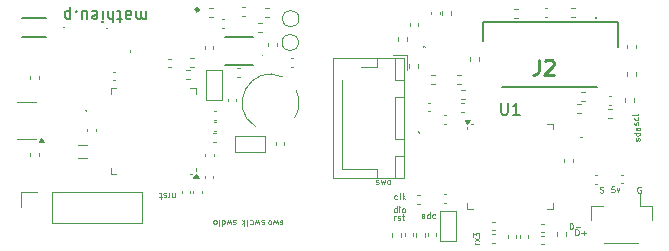
<source format=gbr>
%TF.GenerationSoftware,KiCad,Pcbnew,8.0.5*%
%TF.CreationDate,2025-02-14T01:05:17+01:00*%
%TF.ProjectId,cansatperso,63616e73-6174-4706-9572-736f2e6b6963,rev?*%
%TF.SameCoordinates,Original*%
%TF.FileFunction,Legend,Top*%
%TF.FilePolarity,Positive*%
%FSLAX46Y46*%
G04 Gerber Fmt 4.6, Leading zero omitted, Abs format (unit mm)*
G04 Created by KiCad (PCBNEW 8.0.5) date 2025-02-14 01:05:17*
%MOMM*%
%LPD*%
G01*
G04 APERTURE LIST*
%ADD10C,0.100000*%
%ADD11C,0.200000*%
%ADD12C,0.254000*%
%ADD13C,0.150000*%
%ADD14C,0.120000*%
%ADD15C,0.152400*%
%ADD16C,0.250000*%
G04 APERTURE END LIST*
D10*
X164578972Y-91640200D02*
X164531353Y-91616390D01*
X164531353Y-91616390D02*
X164436115Y-91616390D01*
X164436115Y-91616390D02*
X164388496Y-91640200D01*
X164388496Y-91640200D02*
X164364687Y-91687819D01*
X164364687Y-91687819D02*
X164364687Y-91711628D01*
X164364687Y-91711628D02*
X164388496Y-91759247D01*
X164388496Y-91759247D02*
X164436115Y-91783057D01*
X164436115Y-91783057D02*
X164507544Y-91783057D01*
X164507544Y-91783057D02*
X164555163Y-91806866D01*
X164555163Y-91806866D02*
X164578972Y-91854485D01*
X164578972Y-91854485D02*
X164578972Y-91878295D01*
X164578972Y-91878295D02*
X164555163Y-91925914D01*
X164555163Y-91925914D02*
X164507544Y-91949723D01*
X164507544Y-91949723D02*
X164436115Y-91949723D01*
X164436115Y-91949723D02*
X164388496Y-91925914D01*
X164198020Y-91949723D02*
X164102782Y-91616390D01*
X164102782Y-91616390D02*
X164007544Y-91854485D01*
X164007544Y-91854485D02*
X163912306Y-91616390D01*
X163912306Y-91616390D02*
X163817068Y-91949723D01*
X163555162Y-91616390D02*
X163602781Y-91640200D01*
X163602781Y-91640200D02*
X163626591Y-91664009D01*
X163626591Y-91664009D02*
X163650400Y-91711628D01*
X163650400Y-91711628D02*
X163650400Y-91854485D01*
X163650400Y-91854485D02*
X163626591Y-91902104D01*
X163626591Y-91902104D02*
X163602781Y-91925914D01*
X163602781Y-91925914D02*
X163555162Y-91949723D01*
X163555162Y-91949723D02*
X163483734Y-91949723D01*
X163483734Y-91949723D02*
X163436115Y-91925914D01*
X163436115Y-91925914D02*
X163412305Y-91902104D01*
X163412305Y-91902104D02*
X163388496Y-91854485D01*
X163388496Y-91854485D02*
X163388496Y-91711628D01*
X163388496Y-91711628D02*
X163412305Y-91664009D01*
X163412305Y-91664009D02*
X163436115Y-91640200D01*
X163436115Y-91640200D02*
X163483734Y-91616390D01*
X163483734Y-91616390D02*
X163555162Y-91616390D01*
X163008972Y-91620200D02*
X162961353Y-91596390D01*
X162961353Y-91596390D02*
X162866115Y-91596390D01*
X162866115Y-91596390D02*
X162818496Y-91620200D01*
X162818496Y-91620200D02*
X162794687Y-91667819D01*
X162794687Y-91667819D02*
X162794687Y-91691628D01*
X162794687Y-91691628D02*
X162818496Y-91739247D01*
X162818496Y-91739247D02*
X162866115Y-91763057D01*
X162866115Y-91763057D02*
X162937544Y-91763057D01*
X162937544Y-91763057D02*
X162985163Y-91786866D01*
X162985163Y-91786866D02*
X163008972Y-91834485D01*
X163008972Y-91834485D02*
X163008972Y-91858295D01*
X163008972Y-91858295D02*
X162985163Y-91905914D01*
X162985163Y-91905914D02*
X162937544Y-91929723D01*
X162937544Y-91929723D02*
X162866115Y-91929723D01*
X162866115Y-91929723D02*
X162818496Y-91905914D01*
X162628020Y-91929723D02*
X162532782Y-91596390D01*
X162532782Y-91596390D02*
X162437544Y-91834485D01*
X162437544Y-91834485D02*
X162342306Y-91596390D01*
X162342306Y-91596390D02*
X162247068Y-91929723D01*
X161842305Y-91620200D02*
X161889924Y-91596390D01*
X161889924Y-91596390D02*
X161985162Y-91596390D01*
X161985162Y-91596390D02*
X162032781Y-91620200D01*
X162032781Y-91620200D02*
X162056591Y-91644009D01*
X162056591Y-91644009D02*
X162080400Y-91691628D01*
X162080400Y-91691628D02*
X162080400Y-91834485D01*
X162080400Y-91834485D02*
X162056591Y-91882104D01*
X162056591Y-91882104D02*
X162032781Y-91905914D01*
X162032781Y-91905914D02*
X161985162Y-91929723D01*
X161985162Y-91929723D02*
X161889924Y-91929723D01*
X161889924Y-91929723D02*
X161842305Y-91905914D01*
X161556591Y-91596390D02*
X161604210Y-91620200D01*
X161604210Y-91620200D02*
X161628020Y-91667819D01*
X161628020Y-91667819D02*
X161628020Y-92096390D01*
X161366115Y-91596390D02*
X161366115Y-92096390D01*
X161318496Y-91786866D02*
X161175639Y-91596390D01*
X161175639Y-91929723D02*
X161366115Y-91739247D01*
X194903061Y-88804910D02*
X194855442Y-88781100D01*
X194855442Y-88781100D02*
X194784013Y-88781100D01*
X194784013Y-88781100D02*
X194712585Y-88804910D01*
X194712585Y-88804910D02*
X194664966Y-88852529D01*
X194664966Y-88852529D02*
X194641156Y-88900148D01*
X194641156Y-88900148D02*
X194617347Y-88995386D01*
X194617347Y-88995386D02*
X194617347Y-89066814D01*
X194617347Y-89066814D02*
X194641156Y-89162052D01*
X194641156Y-89162052D02*
X194664966Y-89209671D01*
X194664966Y-89209671D02*
X194712585Y-89257291D01*
X194712585Y-89257291D02*
X194784013Y-89281100D01*
X194784013Y-89281100D02*
X194831632Y-89281100D01*
X194831632Y-89281100D02*
X194903061Y-89257291D01*
X194903061Y-89257291D02*
X194926870Y-89233481D01*
X194926870Y-89233481D02*
X194926870Y-89066814D01*
X194926870Y-89066814D02*
X194831632Y-89066814D01*
X194699800Y-83508972D02*
X194723609Y-83461353D01*
X194723609Y-83461353D02*
X194723609Y-83366115D01*
X194723609Y-83366115D02*
X194699800Y-83318496D01*
X194699800Y-83318496D02*
X194652180Y-83294687D01*
X194652180Y-83294687D02*
X194628371Y-83294687D01*
X194628371Y-83294687D02*
X194580752Y-83318496D01*
X194580752Y-83318496D02*
X194556942Y-83366115D01*
X194556942Y-83366115D02*
X194556942Y-83437544D01*
X194556942Y-83437544D02*
X194533133Y-83485163D01*
X194533133Y-83485163D02*
X194485514Y-83508972D01*
X194485514Y-83508972D02*
X194461704Y-83508972D01*
X194461704Y-83508972D02*
X194414085Y-83485163D01*
X194414085Y-83485163D02*
X194390276Y-83437544D01*
X194390276Y-83437544D02*
X194390276Y-83366115D01*
X194390276Y-83366115D02*
X194414085Y-83318496D01*
X194699800Y-82866115D02*
X194723609Y-82913734D01*
X194723609Y-82913734D02*
X194723609Y-83008972D01*
X194723609Y-83008972D02*
X194699800Y-83056591D01*
X194699800Y-83056591D02*
X194675990Y-83080401D01*
X194675990Y-83080401D02*
X194628371Y-83104210D01*
X194628371Y-83104210D02*
X194485514Y-83104210D01*
X194485514Y-83104210D02*
X194437895Y-83080401D01*
X194437895Y-83080401D02*
X194414085Y-83056591D01*
X194414085Y-83056591D02*
X194390276Y-83008972D01*
X194390276Y-83008972D02*
X194390276Y-82913734D01*
X194390276Y-82913734D02*
X194414085Y-82866115D01*
X194723609Y-82580401D02*
X194699800Y-82628020D01*
X194699800Y-82628020D02*
X194652180Y-82651830D01*
X194652180Y-82651830D02*
X194223609Y-82651830D01*
X174259122Y-90923609D02*
X174259122Y-90423609D01*
X174259122Y-90899800D02*
X174211503Y-90923609D01*
X174211503Y-90923609D02*
X174116265Y-90923609D01*
X174116265Y-90923609D02*
X174068646Y-90899800D01*
X174068646Y-90899800D02*
X174044836Y-90875990D01*
X174044836Y-90875990D02*
X174021027Y-90828371D01*
X174021027Y-90828371D02*
X174021027Y-90685514D01*
X174021027Y-90685514D02*
X174044836Y-90637895D01*
X174044836Y-90637895D02*
X174068646Y-90614085D01*
X174068646Y-90614085D02*
X174116265Y-90590276D01*
X174116265Y-90590276D02*
X174211503Y-90590276D01*
X174211503Y-90590276D02*
X174259122Y-90614085D01*
X174497217Y-90923609D02*
X174497217Y-90590276D01*
X174497217Y-90423609D02*
X174473408Y-90447419D01*
X174473408Y-90447419D02*
X174497217Y-90471228D01*
X174497217Y-90471228D02*
X174521027Y-90447419D01*
X174521027Y-90447419D02*
X174497217Y-90423609D01*
X174497217Y-90423609D02*
X174497217Y-90471228D01*
X174806741Y-90923609D02*
X174759122Y-90899800D01*
X174759122Y-90899800D02*
X174735312Y-90875990D01*
X174735312Y-90875990D02*
X174711503Y-90828371D01*
X174711503Y-90828371D02*
X174711503Y-90685514D01*
X174711503Y-90685514D02*
X174735312Y-90637895D01*
X174735312Y-90637895D02*
X174759122Y-90614085D01*
X174759122Y-90614085D02*
X174806741Y-90590276D01*
X174806741Y-90590276D02*
X174878169Y-90590276D01*
X174878169Y-90590276D02*
X174925788Y-90614085D01*
X174925788Y-90614085D02*
X174949598Y-90637895D01*
X174949598Y-90637895D02*
X174973407Y-90685514D01*
X174973407Y-90685514D02*
X174973407Y-90828371D01*
X174973407Y-90828371D02*
X174949598Y-90875990D01*
X174949598Y-90875990D02*
X174925788Y-90899800D01*
X174925788Y-90899800D02*
X174878169Y-90923609D01*
X174878169Y-90923609D02*
X174806741Y-90923609D01*
X191481027Y-89229800D02*
X191552455Y-89253609D01*
X191552455Y-89253609D02*
X191671503Y-89253609D01*
X191671503Y-89253609D02*
X191719122Y-89229800D01*
X191719122Y-89229800D02*
X191742931Y-89205990D01*
X191742931Y-89205990D02*
X191766741Y-89158371D01*
X191766741Y-89158371D02*
X191766741Y-89110752D01*
X191766741Y-89110752D02*
X191742931Y-89063133D01*
X191742931Y-89063133D02*
X191719122Y-89039323D01*
X191719122Y-89039323D02*
X191671503Y-89015514D01*
X191671503Y-89015514D02*
X191576265Y-88991704D01*
X191576265Y-88991704D02*
X191528646Y-88967895D01*
X191528646Y-88967895D02*
X191504836Y-88944085D01*
X191504836Y-88944085D02*
X191481027Y-88896466D01*
X191481027Y-88896466D02*
X191481027Y-88848847D01*
X191481027Y-88848847D02*
X191504836Y-88801228D01*
X191504836Y-88801228D02*
X191528646Y-88777419D01*
X191528646Y-88777419D02*
X191576265Y-88753609D01*
X191576265Y-88753609D02*
X191695312Y-88753609D01*
X191695312Y-88753609D02*
X191766741Y-88777419D01*
X174289122Y-89789800D02*
X174241503Y-89813609D01*
X174241503Y-89813609D02*
X174146265Y-89813609D01*
X174146265Y-89813609D02*
X174098646Y-89789800D01*
X174098646Y-89789800D02*
X174074836Y-89765990D01*
X174074836Y-89765990D02*
X174051027Y-89718371D01*
X174051027Y-89718371D02*
X174051027Y-89575514D01*
X174051027Y-89575514D02*
X174074836Y-89527895D01*
X174074836Y-89527895D02*
X174098646Y-89504085D01*
X174098646Y-89504085D02*
X174146265Y-89480276D01*
X174146265Y-89480276D02*
X174241503Y-89480276D01*
X174241503Y-89480276D02*
X174289122Y-89504085D01*
X174574836Y-89813609D02*
X174527217Y-89789800D01*
X174527217Y-89789800D02*
X174503407Y-89742180D01*
X174503407Y-89742180D02*
X174503407Y-89313609D01*
X174765312Y-89813609D02*
X174765312Y-89313609D01*
X174812931Y-89623133D02*
X174955788Y-89813609D01*
X174955788Y-89480276D02*
X174765312Y-89670752D01*
X174044836Y-91583609D02*
X174044836Y-91250276D01*
X174044836Y-91345514D02*
X174068646Y-91297895D01*
X174068646Y-91297895D02*
X174092455Y-91274085D01*
X174092455Y-91274085D02*
X174140074Y-91250276D01*
X174140074Y-91250276D02*
X174187693Y-91250276D01*
X174330551Y-91559800D02*
X174378170Y-91583609D01*
X174378170Y-91583609D02*
X174473408Y-91583609D01*
X174473408Y-91583609D02*
X174521027Y-91559800D01*
X174521027Y-91559800D02*
X174544836Y-91512180D01*
X174544836Y-91512180D02*
X174544836Y-91488371D01*
X174544836Y-91488371D02*
X174521027Y-91440752D01*
X174521027Y-91440752D02*
X174473408Y-91416942D01*
X174473408Y-91416942D02*
X174401979Y-91416942D01*
X174401979Y-91416942D02*
X174354360Y-91393133D01*
X174354360Y-91393133D02*
X174330551Y-91345514D01*
X174330551Y-91345514D02*
X174330551Y-91321704D01*
X174330551Y-91321704D02*
X174354360Y-91274085D01*
X174354360Y-91274085D02*
X174401979Y-91250276D01*
X174401979Y-91250276D02*
X174473408Y-91250276D01*
X174473408Y-91250276D02*
X174521027Y-91274085D01*
X174687694Y-91250276D02*
X174878170Y-91250276D01*
X174759122Y-91083609D02*
X174759122Y-91512180D01*
X174759122Y-91512180D02*
X174782932Y-91559800D01*
X174782932Y-91559800D02*
X174830551Y-91583609D01*
X174830551Y-91583609D02*
X174878170Y-91583609D01*
X192692931Y-88733609D02*
X192454836Y-88733609D01*
X192454836Y-88733609D02*
X192431027Y-88971704D01*
X192431027Y-88971704D02*
X192454836Y-88947895D01*
X192454836Y-88947895D02*
X192502455Y-88924085D01*
X192502455Y-88924085D02*
X192621503Y-88924085D01*
X192621503Y-88924085D02*
X192669122Y-88947895D01*
X192669122Y-88947895D02*
X192692931Y-88971704D01*
X192692931Y-88971704D02*
X192716741Y-89019323D01*
X192716741Y-89019323D02*
X192716741Y-89138371D01*
X192716741Y-89138371D02*
X192692931Y-89185990D01*
X192692931Y-89185990D02*
X192669122Y-89209800D01*
X192669122Y-89209800D02*
X192621503Y-89233609D01*
X192621503Y-89233609D02*
X192502455Y-89233609D01*
X192502455Y-89233609D02*
X192454836Y-89209800D01*
X192454836Y-89209800D02*
X192431027Y-89185990D01*
X192883407Y-88900276D02*
X193002455Y-89233609D01*
X193002455Y-89233609D02*
X193121502Y-88900276D01*
D11*
X153070326Y-73852780D02*
X153070326Y-74519447D01*
X153070326Y-74424209D02*
X153022707Y-74471828D01*
X153022707Y-74471828D02*
X152927469Y-74519447D01*
X152927469Y-74519447D02*
X152784612Y-74519447D01*
X152784612Y-74519447D02*
X152689374Y-74471828D01*
X152689374Y-74471828D02*
X152641755Y-74376590D01*
X152641755Y-74376590D02*
X152641755Y-73852780D01*
X152641755Y-74376590D02*
X152594136Y-74471828D01*
X152594136Y-74471828D02*
X152498898Y-74519447D01*
X152498898Y-74519447D02*
X152356041Y-74519447D01*
X152356041Y-74519447D02*
X152260802Y-74471828D01*
X152260802Y-74471828D02*
X152213183Y-74376590D01*
X152213183Y-74376590D02*
X152213183Y-73852780D01*
X151308422Y-73852780D02*
X151308422Y-74376590D01*
X151308422Y-74376590D02*
X151356041Y-74471828D01*
X151356041Y-74471828D02*
X151451279Y-74519447D01*
X151451279Y-74519447D02*
X151641755Y-74519447D01*
X151641755Y-74519447D02*
X151736993Y-74471828D01*
X151308422Y-73900400D02*
X151403660Y-73852780D01*
X151403660Y-73852780D02*
X151641755Y-73852780D01*
X151641755Y-73852780D02*
X151736993Y-73900400D01*
X151736993Y-73900400D02*
X151784612Y-73995638D01*
X151784612Y-73995638D02*
X151784612Y-74090876D01*
X151784612Y-74090876D02*
X151736993Y-74186114D01*
X151736993Y-74186114D02*
X151641755Y-74233733D01*
X151641755Y-74233733D02*
X151403660Y-74233733D01*
X151403660Y-74233733D02*
X151308422Y-74281352D01*
X150975088Y-74519447D02*
X150594136Y-74519447D01*
X150832231Y-74852780D02*
X150832231Y-73995638D01*
X150832231Y-73995638D02*
X150784612Y-73900400D01*
X150784612Y-73900400D02*
X150689374Y-73852780D01*
X150689374Y-73852780D02*
X150594136Y-73852780D01*
X150260802Y-73852780D02*
X150260802Y-74852780D01*
X149832231Y-73852780D02*
X149832231Y-74376590D01*
X149832231Y-74376590D02*
X149879850Y-74471828D01*
X149879850Y-74471828D02*
X149975088Y-74519447D01*
X149975088Y-74519447D02*
X150117945Y-74519447D01*
X150117945Y-74519447D02*
X150213183Y-74471828D01*
X150213183Y-74471828D02*
X150260802Y-74424209D01*
X149356040Y-73852780D02*
X149356040Y-74519447D01*
X149356040Y-74852780D02*
X149403659Y-74805161D01*
X149403659Y-74805161D02*
X149356040Y-74757542D01*
X149356040Y-74757542D02*
X149308421Y-74805161D01*
X149308421Y-74805161D02*
X149356040Y-74852780D01*
X149356040Y-74852780D02*
X149356040Y-74757542D01*
X148498898Y-73900400D02*
X148594136Y-73852780D01*
X148594136Y-73852780D02*
X148784612Y-73852780D01*
X148784612Y-73852780D02*
X148879850Y-73900400D01*
X148879850Y-73900400D02*
X148927469Y-73995638D01*
X148927469Y-73995638D02*
X148927469Y-74376590D01*
X148927469Y-74376590D02*
X148879850Y-74471828D01*
X148879850Y-74471828D02*
X148784612Y-74519447D01*
X148784612Y-74519447D02*
X148594136Y-74519447D01*
X148594136Y-74519447D02*
X148498898Y-74471828D01*
X148498898Y-74471828D02*
X148451279Y-74376590D01*
X148451279Y-74376590D02*
X148451279Y-74281352D01*
X148451279Y-74281352D02*
X148927469Y-74186114D01*
X147594136Y-74519447D02*
X147594136Y-73852780D01*
X148022707Y-74519447D02*
X148022707Y-73995638D01*
X148022707Y-73995638D02*
X147975088Y-73900400D01*
X147975088Y-73900400D02*
X147879850Y-73852780D01*
X147879850Y-73852780D02*
X147736993Y-73852780D01*
X147736993Y-73852780D02*
X147641755Y-73900400D01*
X147641755Y-73900400D02*
X147594136Y-73948019D01*
X147117945Y-73948019D02*
X147070326Y-73900400D01*
X147070326Y-73900400D02*
X147117945Y-73852780D01*
X147117945Y-73852780D02*
X147165564Y-73900400D01*
X147165564Y-73900400D02*
X147117945Y-73948019D01*
X147117945Y-73948019D02*
X147117945Y-73852780D01*
X146641755Y-74519447D02*
X146641755Y-73519447D01*
X146641755Y-74471828D02*
X146546517Y-74519447D01*
X146546517Y-74519447D02*
X146356041Y-74519447D01*
X146356041Y-74519447D02*
X146260803Y-74471828D01*
X146260803Y-74471828D02*
X146213184Y-74424209D01*
X146213184Y-74424209D02*
X146165565Y-74328971D01*
X146165565Y-74328971D02*
X146165565Y-74043257D01*
X146165565Y-74043257D02*
X146213184Y-73948019D01*
X146213184Y-73948019D02*
X146260803Y-73900400D01*
X146260803Y-73900400D02*
X146356041Y-73852780D01*
X146356041Y-73852780D02*
X146546517Y-73852780D01*
X146546517Y-73852780D02*
X146641755Y-73900400D01*
D10*
X160628972Y-91610200D02*
X160581353Y-91586390D01*
X160581353Y-91586390D02*
X160486115Y-91586390D01*
X160486115Y-91586390D02*
X160438496Y-91610200D01*
X160438496Y-91610200D02*
X160414687Y-91657819D01*
X160414687Y-91657819D02*
X160414687Y-91681628D01*
X160414687Y-91681628D02*
X160438496Y-91729247D01*
X160438496Y-91729247D02*
X160486115Y-91753057D01*
X160486115Y-91753057D02*
X160557544Y-91753057D01*
X160557544Y-91753057D02*
X160605163Y-91776866D01*
X160605163Y-91776866D02*
X160628972Y-91824485D01*
X160628972Y-91824485D02*
X160628972Y-91848295D01*
X160628972Y-91848295D02*
X160605163Y-91895914D01*
X160605163Y-91895914D02*
X160557544Y-91919723D01*
X160557544Y-91919723D02*
X160486115Y-91919723D01*
X160486115Y-91919723D02*
X160438496Y-91895914D01*
X160248020Y-91919723D02*
X160152782Y-91586390D01*
X160152782Y-91586390D02*
X160057544Y-91824485D01*
X160057544Y-91824485D02*
X159962306Y-91586390D01*
X159962306Y-91586390D02*
X159867068Y-91919723D01*
X159462305Y-91586390D02*
X159462305Y-92086390D01*
X159462305Y-91610200D02*
X159509924Y-91586390D01*
X159509924Y-91586390D02*
X159605162Y-91586390D01*
X159605162Y-91586390D02*
X159652781Y-91610200D01*
X159652781Y-91610200D02*
X159676591Y-91634009D01*
X159676591Y-91634009D02*
X159700400Y-91681628D01*
X159700400Y-91681628D02*
X159700400Y-91824485D01*
X159700400Y-91824485D02*
X159676591Y-91872104D01*
X159676591Y-91872104D02*
X159652781Y-91895914D01*
X159652781Y-91895914D02*
X159605162Y-91919723D01*
X159605162Y-91919723D02*
X159509924Y-91919723D01*
X159509924Y-91919723D02*
X159462305Y-91895914D01*
X159224210Y-91586390D02*
X159224210Y-91919723D01*
X159224210Y-92086390D02*
X159248019Y-92062580D01*
X159248019Y-92062580D02*
X159224210Y-92038771D01*
X159224210Y-92038771D02*
X159200400Y-92062580D01*
X159200400Y-92062580D02*
X159224210Y-92086390D01*
X159224210Y-92086390D02*
X159224210Y-92038771D01*
X158914686Y-91586390D02*
X158962305Y-91610200D01*
X158962305Y-91610200D02*
X158986115Y-91634009D01*
X158986115Y-91634009D02*
X159009924Y-91681628D01*
X159009924Y-91681628D02*
X159009924Y-91824485D01*
X159009924Y-91824485D02*
X158986115Y-91872104D01*
X158986115Y-91872104D02*
X158962305Y-91895914D01*
X158962305Y-91895914D02*
X158914686Y-91919723D01*
X158914686Y-91919723D02*
X158843258Y-91919723D01*
X158843258Y-91919723D02*
X158795639Y-91895914D01*
X158795639Y-91895914D02*
X158771829Y-91872104D01*
X158771829Y-91872104D02*
X158748020Y-91824485D01*
X158748020Y-91824485D02*
X158748020Y-91681628D01*
X158748020Y-91681628D02*
X158771829Y-91634009D01*
X158771829Y-91634009D02*
X158795639Y-91610200D01*
X158795639Y-91610200D02*
X158843258Y-91586390D01*
X158843258Y-91586390D02*
X158914686Y-91586390D01*
X194799800Y-84848972D02*
X194823609Y-84801353D01*
X194823609Y-84801353D02*
X194823609Y-84706115D01*
X194823609Y-84706115D02*
X194799800Y-84658496D01*
X194799800Y-84658496D02*
X194752180Y-84634687D01*
X194752180Y-84634687D02*
X194728371Y-84634687D01*
X194728371Y-84634687D02*
X194680752Y-84658496D01*
X194680752Y-84658496D02*
X194656942Y-84706115D01*
X194656942Y-84706115D02*
X194656942Y-84777544D01*
X194656942Y-84777544D02*
X194633133Y-84825163D01*
X194633133Y-84825163D02*
X194585514Y-84848972D01*
X194585514Y-84848972D02*
X194561704Y-84848972D01*
X194561704Y-84848972D02*
X194514085Y-84825163D01*
X194514085Y-84825163D02*
X194490276Y-84777544D01*
X194490276Y-84777544D02*
X194490276Y-84706115D01*
X194490276Y-84706115D02*
X194514085Y-84658496D01*
X194823609Y-84206115D02*
X194323609Y-84206115D01*
X194799800Y-84206115D02*
X194823609Y-84253734D01*
X194823609Y-84253734D02*
X194823609Y-84348972D01*
X194823609Y-84348972D02*
X194799800Y-84396591D01*
X194799800Y-84396591D02*
X194775990Y-84420401D01*
X194775990Y-84420401D02*
X194728371Y-84444210D01*
X194728371Y-84444210D02*
X194585514Y-84444210D01*
X194585514Y-84444210D02*
X194537895Y-84420401D01*
X194537895Y-84420401D02*
X194514085Y-84396591D01*
X194514085Y-84396591D02*
X194490276Y-84348972D01*
X194490276Y-84348972D02*
X194490276Y-84253734D01*
X194490276Y-84253734D02*
X194514085Y-84206115D01*
X194823609Y-83753734D02*
X194561704Y-83753734D01*
X194561704Y-83753734D02*
X194514085Y-83777544D01*
X194514085Y-83777544D02*
X194490276Y-83825163D01*
X194490276Y-83825163D02*
X194490276Y-83920401D01*
X194490276Y-83920401D02*
X194514085Y-83968020D01*
X194799800Y-83753734D02*
X194823609Y-83801353D01*
X194823609Y-83801353D02*
X194823609Y-83920401D01*
X194823609Y-83920401D02*
X194799800Y-83968020D01*
X194799800Y-83968020D02*
X194752180Y-83991829D01*
X194752180Y-83991829D02*
X194704561Y-83991829D01*
X194704561Y-83991829D02*
X194656942Y-83968020D01*
X194656942Y-83968020D02*
X194633133Y-83920401D01*
X194633133Y-83920401D02*
X194633133Y-83801353D01*
X194633133Y-83801353D02*
X194609323Y-83753734D01*
X155455163Y-89639723D02*
X155455163Y-89306390D01*
X155455163Y-89592104D02*
X155431353Y-89615914D01*
X155431353Y-89615914D02*
X155383734Y-89639723D01*
X155383734Y-89639723D02*
X155312306Y-89639723D01*
X155312306Y-89639723D02*
X155264687Y-89615914D01*
X155264687Y-89615914D02*
X155240877Y-89568295D01*
X155240877Y-89568295D02*
X155240877Y-89306390D01*
X155002782Y-89306390D02*
X155002782Y-89639723D01*
X155002782Y-89544485D02*
X154978972Y-89592104D01*
X154978972Y-89592104D02*
X154955163Y-89615914D01*
X154955163Y-89615914D02*
X154907544Y-89639723D01*
X154907544Y-89639723D02*
X154859925Y-89639723D01*
X154717067Y-89330200D02*
X154669448Y-89306390D01*
X154669448Y-89306390D02*
X154574210Y-89306390D01*
X154574210Y-89306390D02*
X154526591Y-89330200D01*
X154526591Y-89330200D02*
X154502782Y-89377819D01*
X154502782Y-89377819D02*
X154502782Y-89401628D01*
X154502782Y-89401628D02*
X154526591Y-89449247D01*
X154526591Y-89449247D02*
X154574210Y-89473057D01*
X154574210Y-89473057D02*
X154645639Y-89473057D01*
X154645639Y-89473057D02*
X154693258Y-89496866D01*
X154693258Y-89496866D02*
X154717067Y-89544485D01*
X154717067Y-89544485D02*
X154717067Y-89568295D01*
X154717067Y-89568295D02*
X154693258Y-89615914D01*
X154693258Y-89615914D02*
X154645639Y-89639723D01*
X154645639Y-89639723D02*
X154574210Y-89639723D01*
X154574210Y-89639723D02*
X154526591Y-89615914D01*
X154359924Y-89639723D02*
X154169448Y-89639723D01*
X154288496Y-89806390D02*
X154288496Y-89377819D01*
X154288496Y-89377819D02*
X154264686Y-89330200D01*
X154264686Y-89330200D02*
X154217067Y-89306390D01*
X154217067Y-89306390D02*
X154169448Y-89306390D01*
X189394836Y-92863609D02*
X189394836Y-92363609D01*
X189394836Y-92363609D02*
X189513884Y-92363609D01*
X189513884Y-92363609D02*
X189585312Y-92387419D01*
X189585312Y-92387419D02*
X189632931Y-92435038D01*
X189632931Y-92435038D02*
X189656741Y-92482657D01*
X189656741Y-92482657D02*
X189680550Y-92577895D01*
X189680550Y-92577895D02*
X189680550Y-92649323D01*
X189680550Y-92649323D02*
X189656741Y-92744561D01*
X189656741Y-92744561D02*
X189632931Y-92792180D01*
X189632931Y-92792180D02*
X189585312Y-92839800D01*
X189585312Y-92839800D02*
X189513884Y-92863609D01*
X189513884Y-92863609D02*
X189394836Y-92863609D01*
X189894836Y-92673133D02*
X190275789Y-92673133D01*
X190085312Y-92863609D02*
X190085312Y-92482657D01*
X181253609Y-93645163D02*
X180920276Y-93645163D01*
X181015514Y-93645163D02*
X180967895Y-93621353D01*
X180967895Y-93621353D02*
X180944085Y-93597544D01*
X180944085Y-93597544D02*
X180920276Y-93549925D01*
X180920276Y-93549925D02*
X180920276Y-93502306D01*
X181253609Y-93383258D02*
X180920276Y-93121353D01*
X180920276Y-93383258D02*
X181253609Y-93121353D01*
X180753609Y-92978496D02*
X180753609Y-92668972D01*
X180753609Y-92668972D02*
X180944085Y-92835639D01*
X180944085Y-92835639D02*
X180944085Y-92764210D01*
X180944085Y-92764210D02*
X180967895Y-92716591D01*
X180967895Y-92716591D02*
X180991704Y-92692782D01*
X180991704Y-92692782D02*
X181039323Y-92668972D01*
X181039323Y-92668972D02*
X181158371Y-92668972D01*
X181158371Y-92668972D02*
X181205990Y-92692782D01*
X181205990Y-92692782D02*
X181229800Y-92716591D01*
X181229800Y-92716591D02*
X181253609Y-92764210D01*
X181253609Y-92764210D02*
X181253609Y-92907067D01*
X181253609Y-92907067D02*
X181229800Y-92954686D01*
X181229800Y-92954686D02*
X181205990Y-92978496D01*
X176609122Y-91433609D02*
X176609122Y-91171704D01*
X176609122Y-91171704D02*
X176585312Y-91124085D01*
X176585312Y-91124085D02*
X176537693Y-91100276D01*
X176537693Y-91100276D02*
X176442455Y-91100276D01*
X176442455Y-91100276D02*
X176394836Y-91124085D01*
X176609122Y-91409800D02*
X176561503Y-91433609D01*
X176561503Y-91433609D02*
X176442455Y-91433609D01*
X176442455Y-91433609D02*
X176394836Y-91409800D01*
X176394836Y-91409800D02*
X176371027Y-91362180D01*
X176371027Y-91362180D02*
X176371027Y-91314561D01*
X176371027Y-91314561D02*
X176394836Y-91266942D01*
X176394836Y-91266942D02*
X176442455Y-91243133D01*
X176442455Y-91243133D02*
X176561503Y-91243133D01*
X176561503Y-91243133D02*
X176609122Y-91219323D01*
X177061503Y-91433609D02*
X177061503Y-90933609D01*
X177061503Y-91409800D02*
X177013884Y-91433609D01*
X177013884Y-91433609D02*
X176918646Y-91433609D01*
X176918646Y-91433609D02*
X176871027Y-91409800D01*
X176871027Y-91409800D02*
X176847217Y-91385990D01*
X176847217Y-91385990D02*
X176823408Y-91338371D01*
X176823408Y-91338371D02*
X176823408Y-91195514D01*
X176823408Y-91195514D02*
X176847217Y-91147895D01*
X176847217Y-91147895D02*
X176871027Y-91124085D01*
X176871027Y-91124085D02*
X176918646Y-91100276D01*
X176918646Y-91100276D02*
X177013884Y-91100276D01*
X177013884Y-91100276D02*
X177061503Y-91124085D01*
X177513884Y-91409800D02*
X177466265Y-91433609D01*
X177466265Y-91433609D02*
X177371027Y-91433609D01*
X177371027Y-91433609D02*
X177323408Y-91409800D01*
X177323408Y-91409800D02*
X177299598Y-91385990D01*
X177299598Y-91385990D02*
X177275789Y-91338371D01*
X177275789Y-91338371D02*
X177275789Y-91195514D01*
X177275789Y-91195514D02*
X177299598Y-91147895D01*
X177299598Y-91147895D02*
X177323408Y-91124085D01*
X177323408Y-91124085D02*
X177371027Y-91100276D01*
X177371027Y-91100276D02*
X177466265Y-91100276D01*
X177466265Y-91100276D02*
X177513884Y-91124085D01*
X172511027Y-88499800D02*
X172558646Y-88523609D01*
X172558646Y-88523609D02*
X172653884Y-88523609D01*
X172653884Y-88523609D02*
X172701503Y-88499800D01*
X172701503Y-88499800D02*
X172725312Y-88452180D01*
X172725312Y-88452180D02*
X172725312Y-88428371D01*
X172725312Y-88428371D02*
X172701503Y-88380752D01*
X172701503Y-88380752D02*
X172653884Y-88356942D01*
X172653884Y-88356942D02*
X172582455Y-88356942D01*
X172582455Y-88356942D02*
X172534836Y-88333133D01*
X172534836Y-88333133D02*
X172511027Y-88285514D01*
X172511027Y-88285514D02*
X172511027Y-88261704D01*
X172511027Y-88261704D02*
X172534836Y-88214085D01*
X172534836Y-88214085D02*
X172582455Y-88190276D01*
X172582455Y-88190276D02*
X172653884Y-88190276D01*
X172653884Y-88190276D02*
X172701503Y-88214085D01*
X172891979Y-88190276D02*
X172987217Y-88523609D01*
X172987217Y-88523609D02*
X173082455Y-88285514D01*
X173082455Y-88285514D02*
X173177693Y-88523609D01*
X173177693Y-88523609D02*
X173272931Y-88190276D01*
X173534837Y-88523609D02*
X173487218Y-88499800D01*
X173487218Y-88499800D02*
X173463408Y-88475990D01*
X173463408Y-88475990D02*
X173439599Y-88428371D01*
X173439599Y-88428371D02*
X173439599Y-88285514D01*
X173439599Y-88285514D02*
X173463408Y-88237895D01*
X173463408Y-88237895D02*
X173487218Y-88214085D01*
X173487218Y-88214085D02*
X173534837Y-88190276D01*
X173534837Y-88190276D02*
X173606265Y-88190276D01*
X173606265Y-88190276D02*
X173653884Y-88214085D01*
X173653884Y-88214085D02*
X173677694Y-88237895D01*
X173677694Y-88237895D02*
X173701503Y-88285514D01*
X173701503Y-88285514D02*
X173701503Y-88428371D01*
X173701503Y-88428371D02*
X173677694Y-88475990D01*
X173677694Y-88475990D02*
X173653884Y-88499800D01*
X173653884Y-88499800D02*
X173606265Y-88523609D01*
X173606265Y-88523609D02*
X173534837Y-88523609D01*
X188904836Y-92343609D02*
X188904836Y-91843609D01*
X188904836Y-91843609D02*
X189023884Y-91843609D01*
X189023884Y-91843609D02*
X189095312Y-91867419D01*
X189095312Y-91867419D02*
X189142931Y-91915038D01*
X189142931Y-91915038D02*
X189166741Y-91962657D01*
X189166741Y-91962657D02*
X189190550Y-92057895D01*
X189190550Y-92057895D02*
X189190550Y-92129323D01*
X189190550Y-92129323D02*
X189166741Y-92224561D01*
X189166741Y-92224561D02*
X189142931Y-92272180D01*
X189142931Y-92272180D02*
X189095312Y-92319800D01*
X189095312Y-92319800D02*
X189023884Y-92343609D01*
X189023884Y-92343609D02*
X188904836Y-92343609D01*
X189404836Y-92153133D02*
X189785789Y-92153133D01*
D12*
X186272667Y-78004318D02*
X186272667Y-78911461D01*
X186272667Y-78911461D02*
X186212190Y-79092889D01*
X186212190Y-79092889D02*
X186091238Y-79213842D01*
X186091238Y-79213842D02*
X185909809Y-79274318D01*
X185909809Y-79274318D02*
X185788857Y-79274318D01*
X186816952Y-78125270D02*
X186877428Y-78064794D01*
X186877428Y-78064794D02*
X186998381Y-78004318D01*
X186998381Y-78004318D02*
X187300762Y-78004318D01*
X187300762Y-78004318D02*
X187421714Y-78064794D01*
X187421714Y-78064794D02*
X187482190Y-78125270D01*
X187482190Y-78125270D02*
X187542667Y-78246222D01*
X187542667Y-78246222D02*
X187542667Y-78367175D01*
X187542667Y-78367175D02*
X187482190Y-78548603D01*
X187482190Y-78548603D02*
X186756476Y-79274318D01*
X186756476Y-79274318D02*
X187542667Y-79274318D01*
D13*
X183098095Y-81662319D02*
X183098095Y-82471842D01*
X183098095Y-82471842D02*
X183145714Y-82567080D01*
X183145714Y-82567080D02*
X183193333Y-82614700D01*
X183193333Y-82614700D02*
X183288571Y-82662319D01*
X183288571Y-82662319D02*
X183479047Y-82662319D01*
X183479047Y-82662319D02*
X183574285Y-82614700D01*
X183574285Y-82614700D02*
X183621904Y-82567080D01*
X183621904Y-82567080D02*
X183669523Y-82471842D01*
X183669523Y-82471842D02*
X183669523Y-81662319D01*
X184669523Y-82662319D02*
X184098095Y-82662319D01*
X184383809Y-82662319D02*
X184383809Y-81662319D01*
X184383809Y-81662319D02*
X184288571Y-81805176D01*
X184288571Y-81805176D02*
X184193333Y-81900414D01*
X184193333Y-81900414D02*
X184098095Y-81948033D01*
D14*
%TO.C,U4*%
X142882500Y-81560000D02*
X142082500Y-81560000D01*
X142882500Y-81560000D02*
X143682500Y-81560000D01*
X142882500Y-84680000D02*
X142082500Y-84680000D01*
X142882500Y-84680000D02*
X143682500Y-84680000D01*
X144422500Y-84960000D02*
X143942500Y-84960000D01*
X144182500Y-84630000D01*
X144422500Y-84960000D01*
G36*
X144422500Y-84960000D02*
G01*
X143942500Y-84960000D01*
X144182500Y-84630000D01*
X144422500Y-84960000D01*
G37*
D10*
%TO.C,D1*%
X162950000Y-77675000D02*
G75*
G02*
X162850000Y-77675000I-50000J0D01*
G01*
X162850000Y-77675000D02*
G75*
G02*
X162950000Y-77675000I50000J0D01*
G01*
D14*
%TO.C,R26*%
X177467621Y-79300000D02*
X177132379Y-79300000D01*
X177467621Y-80060000D02*
X177132379Y-80060000D01*
%TO.C,R8*%
X184162379Y-73720000D02*
X184497621Y-73720000D01*
X184162379Y-74480000D02*
X184497621Y-74480000D01*
%TO.C,R15*%
X143180000Y-79663641D02*
X143180000Y-79356359D01*
X143940000Y-79663641D02*
X143940000Y-79356359D01*
%TO.C,R14*%
X178110000Y-73862379D02*
X178110000Y-74197621D01*
X178870000Y-73862379D02*
X178870000Y-74197621D01*
%TO.C,C4*%
X158010000Y-76872164D02*
X158010000Y-77087836D01*
X158730000Y-76872164D02*
X158730000Y-77087836D01*
%TO.C,SW1*%
D10*
X177910000Y-93360000D02*
X179270000Y-93360000D01*
X179270000Y-90840000D01*
X177910000Y-90840000D01*
X177910000Y-93360000D01*
D14*
%TO.C,U2*%
X190670000Y-90400000D02*
X191720000Y-90400000D01*
X190670000Y-91550000D02*
X190670000Y-90400000D01*
X194720000Y-93520000D02*
X191840000Y-93520000D01*
X194840000Y-90400000D02*
X194840000Y-89410000D01*
X195890000Y-90400000D02*
X194840000Y-90400000D01*
X195890000Y-91550000D02*
X195890000Y-90400000D01*
%TO.C,C7*%
X184660000Y-93105835D02*
X184660000Y-92874165D01*
X185380000Y-93105835D02*
X185380000Y-92874165D01*
%TO.C,R18*%
X163106359Y-73590000D02*
X163413641Y-73590000D01*
X163106359Y-74350000D02*
X163413641Y-74350000D01*
D10*
%TO.C,Y1*%
X176110000Y-84090000D02*
X176110000Y-84090000D01*
X176110000Y-84190000D02*
X176110000Y-84190000D01*
X176110000Y-84090000D02*
G75*
G02*
X176110000Y-84190000I0J-50000D01*
G01*
X176110000Y-84190000D02*
G75*
G02*
X176110000Y-84090000I0J50000D01*
G01*
D14*
%TO.C,C2*%
X178224165Y-89400000D02*
X178455835Y-89400000D01*
X178224165Y-90120000D02*
X178455835Y-90120000D01*
%TO.C,C16*%
X158967836Y-83300000D02*
X158752164Y-83300000D01*
X158967836Y-84020000D02*
X158752164Y-84020000D01*
%TO.C,C6*%
X179744165Y-81680000D02*
X179975835Y-81680000D01*
X179744165Y-82400000D02*
X179975835Y-82400000D01*
%TO.C,SW4*%
D10*
X160575000Y-84475000D02*
X163095000Y-84475000D01*
X163095000Y-85835000D01*
X160575000Y-85835000D01*
X160575000Y-84475000D01*
D14*
%TO.C,C12*%
X176235835Y-89470000D02*
X176004165Y-89470000D01*
X176235835Y-90190000D02*
X176004165Y-90190000D01*
%TO.C,TP1*%
X165990000Y-74530000D02*
G75*
G02*
X164590000Y-74530000I-700000J0D01*
G01*
X164590000Y-74530000D02*
G75*
G02*
X165990000Y-74530000I700000J0D01*
G01*
%TO.C,R6*%
X163390000Y-76883641D02*
X163390000Y-76576359D01*
X164150000Y-76883641D02*
X164150000Y-76576359D01*
%TO.C,R25*%
X179402379Y-79310000D02*
X179737621Y-79310000D01*
X179402379Y-80070000D02*
X179737621Y-80070000D01*
%TO.C,R13*%
X174360000Y-76457621D02*
X174360000Y-76122379D01*
X175120000Y-76457621D02*
X175120000Y-76122379D01*
D15*
%TO.C,U2*%
X159712999Y-78447001D02*
X162066999Y-78447001D01*
X162066999Y-76093001D02*
X159712999Y-76093001D01*
D14*
%TO.C,C21*%
X156070000Y-89297836D02*
X156070000Y-89082164D01*
X156790000Y-89297836D02*
X156790000Y-89082164D01*
%TO.C,C10*%
X182314165Y-92780000D02*
X182545835Y-92780000D01*
X182314165Y-93500000D02*
X182545835Y-93500000D01*
%TO.C,R5*%
X161146359Y-73570000D02*
X161453641Y-73570000D01*
X161146359Y-74330000D02*
X161453641Y-74330000D01*
%TO.C,C15*%
X158977836Y-82350000D02*
X158762164Y-82350000D01*
X158977836Y-83070000D02*
X158762164Y-83070000D01*
%TO.C,C1*%
X191021165Y-87772000D02*
X191252835Y-87772000D01*
X191021165Y-88492000D02*
X191252835Y-88492000D01*
%TO.C,L1*%
X148059622Y-85220000D02*
X147260378Y-85220000D01*
X148059622Y-86340000D02*
X147260378Y-86340000D01*
%TO.C,R2*%
X189512379Y-81750000D02*
X189847621Y-81750000D01*
X189512379Y-82510000D02*
X189847621Y-82510000D01*
%TO.C,R12*%
X156723641Y-78860000D02*
X156416359Y-78860000D01*
X156723641Y-79620000D02*
X156416359Y-79620000D01*
%TO.C,C16*%
X187015835Y-73650000D02*
X186784165Y-73650000D01*
X187015835Y-74370000D02*
X186784165Y-74370000D01*
%TO.C,R23*%
X180027621Y-80560000D02*
X179692379Y-80560000D01*
X180027621Y-81320000D02*
X179692379Y-81320000D01*
%TO.C,C8*%
X183680000Y-93095835D02*
X183680000Y-92864165D01*
X184400000Y-93095835D02*
X184400000Y-92864165D01*
%TO.C,C6*%
X158010000Y-87822164D02*
X158010000Y-88037836D01*
X158730000Y-87822164D02*
X158730000Y-88037836D01*
%TO.C,R5*%
X193720000Y-79022379D02*
X193720000Y-79357621D01*
X194480000Y-79022379D02*
X194480000Y-79357621D01*
%TO.C,C22*%
X174940000Y-92925835D02*
X174940000Y-92694165D01*
X175660000Y-92925835D02*
X175660000Y-92694165D01*
%TO.C,R14*%
X143210000Y-85886359D02*
X143210000Y-86193641D01*
X143970000Y-85886359D02*
X143970000Y-86193641D01*
D10*
%TO.C,FL1*%
X149663000Y-75350000D02*
X149663000Y-75350000D01*
X149763000Y-75350000D02*
X149763000Y-75350000D01*
X149663000Y-75350000D02*
G75*
G02*
X149763000Y-75350000I50000J0D01*
G01*
X149763000Y-75350000D02*
G75*
G02*
X149663000Y-75350000I-50000J0D01*
G01*
D14*
%TO.C,R9*%
X192484621Y-82142000D02*
X192149379Y-82142000D01*
X192484621Y-82902000D02*
X192149379Y-82902000D01*
%TO.C,C15*%
X193790000Y-77005835D02*
X193790000Y-76774165D01*
X194510000Y-77005835D02*
X194510000Y-76774165D01*
%TO.C,C17*%
X159940000Y-81312164D02*
X159940000Y-81527836D01*
X160660000Y-81312164D02*
X160660000Y-81527836D01*
%TO.C,R28*%
X173840000Y-93017621D02*
X173840000Y-92682379D01*
X174600000Y-93017621D02*
X174600000Y-92682379D01*
%TO.C,C31*%
X175350000Y-75155835D02*
X175350000Y-74924165D01*
X176070000Y-75155835D02*
X176070000Y-74924165D01*
%TO.C,C23*%
X177180000Y-74165835D02*
X177180000Y-73934165D01*
X177900000Y-74165835D02*
X177900000Y-73934165D01*
%TO.C,R4*%
X158673641Y-73590000D02*
X158366359Y-73590000D01*
X158673641Y-74350000D02*
X158366359Y-74350000D01*
%TO.C,J1*%
X168910000Y-77890000D02*
X168910000Y-88010000D01*
X168910000Y-88010000D02*
X174880000Y-88010000D01*
X169670000Y-82950000D02*
X169670000Y-79710000D01*
X169670000Y-87250000D02*
X169670000Y-82950000D01*
X172620000Y-77900000D02*
X172620000Y-78650000D01*
X172620000Y-78650000D02*
X171280000Y-78650000D01*
X172620000Y-87250000D02*
X169670000Y-87250000D01*
X172620000Y-88000000D02*
X172620000Y-87250000D01*
X174120000Y-77900000D02*
X174120000Y-79700000D01*
X174120000Y-79700000D02*
X174870000Y-79700000D01*
X174120000Y-81200000D02*
X174120000Y-84700000D01*
X174120000Y-84700000D02*
X174870000Y-84700000D01*
X174120000Y-86200000D02*
X174120000Y-88000000D01*
X174120000Y-88000000D02*
X174870000Y-88000000D01*
X174870000Y-77900000D02*
X174120000Y-77900000D01*
X174870000Y-79700000D02*
X174870000Y-77900000D01*
X174870000Y-81200000D02*
X174120000Y-81200000D01*
X174870000Y-84700000D02*
X174870000Y-81200000D01*
X174870000Y-86200000D02*
X174120000Y-86200000D01*
X174870000Y-88000000D02*
X174870000Y-86200000D01*
X174880000Y-77890000D02*
X168910000Y-77890000D01*
X174880000Y-88010000D02*
X174880000Y-77890000D01*
X175170000Y-77600000D02*
X173920000Y-77600000D01*
X175170000Y-78850000D02*
X175170000Y-77600000D01*
%TO.C,U1*%
X150047500Y-80440000D02*
X150047500Y-80915000D01*
X150047500Y-87660000D02*
X150047500Y-87185000D01*
X150522500Y-80440000D02*
X150047500Y-80440000D01*
X150522500Y-87660000D02*
X150047500Y-87660000D01*
X156792500Y-80440000D02*
X157267500Y-80440000D01*
X156792500Y-87660000D02*
X156967500Y-87660000D01*
X157267500Y-80440000D02*
X157267500Y-80915000D01*
X157267500Y-87185000D02*
X157267500Y-87420000D01*
X157507500Y-87990000D02*
X157027500Y-87990000D01*
X157267500Y-87660000D01*
X157507500Y-87990000D01*
G36*
X157507500Y-87990000D02*
G01*
X157027500Y-87990000D01*
X157267500Y-87660000D01*
X157507500Y-87990000D01*
G37*
%TO.C,R11*%
X156766359Y-77870000D02*
X157073641Y-77870000D01*
X156766359Y-78630000D02*
X157073641Y-78630000D01*
%TO.C,TP2*%
X165950000Y-76550000D02*
G75*
G02*
X164550000Y-76550000I-700000J0D01*
G01*
X164550000Y-76550000D02*
G75*
G02*
X165950000Y-76550000I700000J0D01*
G01*
%TO.C,C11*%
X186474165Y-92900000D02*
X186705835Y-92900000D01*
X186474165Y-93620000D02*
X186705835Y-93620000D01*
D11*
%TO.C,J2*%
X181560000Y-74830000D02*
X181560000Y-76429000D01*
X181560000Y-74830000D02*
X192960000Y-74830000D01*
X183160000Y-80330000D02*
X191238000Y-80330000D01*
X192960000Y-74830000D02*
X192960000Y-76928000D01*
X191187000Y-74466000D02*
G75*
G02*
X191105000Y-74466000I-41000J0D01*
G01*
X191105000Y-74466000D02*
G75*
G02*
X191187000Y-74466000I41000J0D01*
G01*
D10*
%TO.C,IC1*%
X151710000Y-77233000D02*
X151710000Y-77233000D01*
X151710000Y-77333000D02*
X151710000Y-77333000D01*
X151710000Y-77233000D02*
G75*
G02*
X151710000Y-77333000I0J-50000D01*
G01*
X151710000Y-77333000D02*
G75*
G02*
X151710000Y-77233000I0J50000D01*
G01*
D14*
%TO.C,C1*%
X148060000Y-83862164D02*
X148060000Y-84077836D01*
X148780000Y-83862164D02*
X148780000Y-84077836D01*
D10*
%TO.C,U3*%
X176530000Y-76910000D02*
X176530000Y-76910000D01*
X176630000Y-76910000D02*
X176630000Y-76910000D01*
X176530000Y-76910000D02*
G75*
G02*
X176630000Y-76910000I50000J0D01*
G01*
X176630000Y-76910000D02*
G75*
G02*
X176530000Y-76910000I-50000J0D01*
G01*
D14*
%TO.C,R27*%
X175290000Y-78362379D02*
X175290000Y-78697621D01*
X176050000Y-78362379D02*
X176050000Y-78697621D01*
D10*
%TO.C,BT1*%
X162320000Y-83679999D02*
G75*
G02*
X164652624Y-79484698I1270000J2039999D01*
G01*
X165747497Y-80586338D02*
G75*
G02*
X165639999Y-82890000I-2157497J-1053662D01*
G01*
D14*
%TO.C,R24*%
X180430000Y-77812379D02*
X180430000Y-78147621D01*
X181190000Y-77812379D02*
X181190000Y-78147621D01*
%TO.C,R3*%
X161023641Y-78720000D02*
X160716359Y-78720000D01*
X161023641Y-79480000D02*
X160716359Y-79480000D01*
%TO.C,C8*%
X165517836Y-77890000D02*
X165302164Y-77890000D01*
X165517836Y-78610000D02*
X165302164Y-78610000D01*
%TO.C,R6*%
X193580000Y-81282379D02*
X193580000Y-81617621D01*
X194340000Y-81282379D02*
X194340000Y-81617621D01*
%TO.C,C4*%
X188440000Y-86685835D02*
X188440000Y-86454165D01*
X189160000Y-86685835D02*
X189160000Y-86454165D01*
%TO.C,C23*%
X150212164Y-79030000D02*
X150427836Y-79030000D01*
X150212164Y-79750000D02*
X150427836Y-79750000D01*
%TO.C,R16*%
X158686359Y-84250000D02*
X158993641Y-84250000D01*
X158686359Y-85010000D02*
X158993641Y-85010000D01*
D11*
%TO.C,ANT1*%
X144530000Y-74460000D02*
X142530000Y-74460000D01*
X144530000Y-76060000D02*
X142530000Y-76060000D01*
D10*
X146030000Y-75260000D02*
X146030000Y-75260000D01*
X146130000Y-75260000D02*
X146130000Y-75260000D01*
X146130000Y-75260000D02*
X146130000Y-75260000D01*
X146030000Y-75260000D02*
G75*
G02*
X146130000Y-75260000I50000J0D01*
G01*
X146030000Y-75260000D02*
G75*
G02*
X146130000Y-75260000I50000J0D01*
G01*
X146130000Y-75260000D02*
G75*
G02*
X146030000Y-75260000I-50000J0D01*
G01*
D14*
%TO.C,C18*%
X158070000Y-86167836D02*
X158070000Y-85952164D01*
X158790000Y-86167836D02*
X158790000Y-85952164D01*
%TO.C,C17*%
X193455835Y-87760000D02*
X193224165Y-87760000D01*
X193455835Y-88480000D02*
X193224165Y-88480000D01*
%TO.C,C9*%
X182324165Y-91730000D02*
X182555835Y-91730000D01*
X182324165Y-92450000D02*
X182555835Y-92450000D01*
%TO.C,U1*%
X180250000Y-83902500D02*
X180250000Y-83667500D01*
X180250000Y-90647500D02*
X180250000Y-90172500D01*
X180725000Y-83427500D02*
X180550000Y-83427500D01*
X180725000Y-90647500D02*
X180250000Y-90647500D01*
X186995000Y-83427500D02*
X187470000Y-83427500D01*
X186995000Y-90647500D02*
X187470000Y-90647500D01*
X187470000Y-83427500D02*
X187470000Y-83902500D01*
X187470000Y-90647500D02*
X187470000Y-90172500D01*
X180250000Y-83427500D02*
X180010000Y-83097500D01*
X180490000Y-83097500D01*
X180250000Y-83427500D01*
G36*
X180250000Y-83427500D02*
G01*
X180010000Y-83097500D01*
X180490000Y-83097500D01*
X180250000Y-83427500D01*
G37*
%TO.C,C30*%
X177115835Y-81660000D02*
X176884165Y-81660000D01*
X177115835Y-82380000D02*
X176884165Y-82380000D01*
%TO.C,C3*%
X176890000Y-92945835D02*
X176890000Y-92714165D01*
X177610000Y-92945835D02*
X177610000Y-92714165D01*
%TO.C,C13*%
X178465835Y-82720000D02*
X178234165Y-82720000D01*
X178465835Y-83440000D02*
X178234165Y-83440000D01*
%TO.C,C9*%
X164000000Y-85227836D02*
X164000000Y-85012164D01*
X164720000Y-85227836D02*
X164720000Y-85012164D01*
D16*
%TO.C,IC3*%
X157485000Y-73775000D02*
G75*
G02*
X157235000Y-73775000I-125000J0D01*
G01*
X157235000Y-73775000D02*
G75*
G02*
X157485000Y-73775000I125000J0D01*
G01*
D14*
%TO.C,R12*%
X175890000Y-93005121D02*
X175890000Y-92669879D01*
X176650000Y-93005121D02*
X176650000Y-92669879D01*
%TO.C,R17*%
X162536359Y-74870000D02*
X162843641Y-74870000D01*
X162536359Y-75630000D02*
X162843641Y-75630000D01*
%TO.C,R20*%
X187860000Y-92907621D02*
X187860000Y-92572379D01*
X188620000Y-92907621D02*
X188620000Y-92572379D01*
%TO.C,C5*%
X186735835Y-91890000D02*
X186504165Y-91890000D01*
X186735835Y-92610000D02*
X186504165Y-92610000D01*
%TO.C,C14*%
X192445835Y-81110000D02*
X192214165Y-81110000D01*
X192445835Y-81830000D02*
X192214165Y-81830000D01*
%TO.C,J3*%
X142440000Y-89185000D02*
X143770000Y-89185000D01*
X142440000Y-90515000D02*
X142440000Y-89185000D01*
X145040000Y-89185000D02*
X152720000Y-89185000D01*
X145040000Y-91845000D02*
X145040000Y-89185000D01*
X145040000Y-91845000D02*
X152720000Y-91845000D01*
X152720000Y-91845000D02*
X152720000Y-89185000D01*
%TO.C,R10*%
X190197621Y-80770000D02*
X189862379Y-80770000D01*
X190197621Y-81530000D02*
X189862379Y-81530000D01*
%TO.C,C3*%
X159677836Y-74590000D02*
X159462164Y-74590000D01*
X159677836Y-75310000D02*
X159462164Y-75310000D01*
%TO.C,SW5*%
D10*
X159435000Y-78915000D02*
X158075000Y-78915000D01*
X158075000Y-81435000D01*
X159435000Y-81435000D01*
X159435000Y-78915000D01*
%TO.C,IC1*%
X189837000Y-84580000D02*
X189837000Y-84580000D01*
X189937000Y-84580000D02*
X189937000Y-84580000D01*
X189837000Y-84580000D02*
G75*
G02*
X189937000Y-84580000I50000J0D01*
G01*
X189937000Y-84580000D02*
G75*
G02*
X189837000Y-84580000I-50000J0D01*
G01*
D14*
%TO.C,R7*%
X189012379Y-73650000D02*
X189347621Y-73650000D01*
X189012379Y-74410000D02*
X189347621Y-74410000D01*
%TO.C,C26*%
X157020000Y-89317836D02*
X157020000Y-89102164D01*
X157740000Y-89317836D02*
X157740000Y-89102164D01*
D10*
%TO.C,Y1*%
X147898812Y-82289666D02*
X147898812Y-82289666D01*
X147969522Y-82360377D02*
X147969522Y-82360377D01*
X147898812Y-82289666D02*
G75*
G02*
X147969522Y-82360376I35355J-35355D01*
G01*
X147969522Y-82360377D02*
G75*
G02*
X147898811Y-82289665I-35355J35356D01*
G01*
D14*
%TO.C,C5*%
X155117836Y-77940000D02*
X154902164Y-77940000D01*
X155117836Y-78660000D02*
X154902164Y-78660000D01*
%TD*%
M02*

</source>
